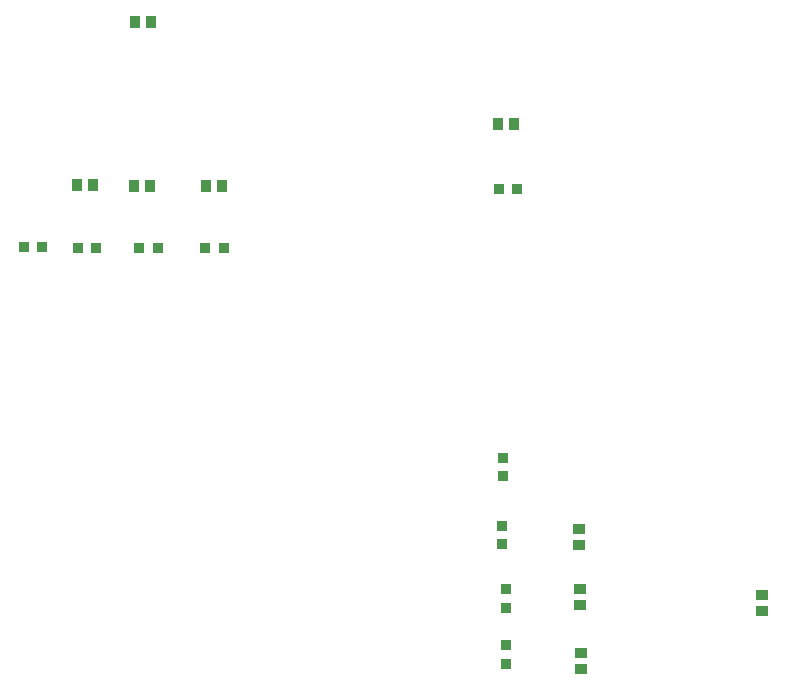
<source format=gbp>
G04*
G04 #@! TF.GenerationSoftware,Altium Limited,Altium Designer,18.0.11 (651)*
G04*
G04 Layer_Color=128*
%FSLAX25Y25*%
%MOIN*%
G70*
G01*
G75*
%ADD21R,0.03543X0.03937*%
%ADD25R,0.03347X0.03347*%
%ADD27R,0.03937X0.03543*%
%ADD41R,0.03347X0.03347*%
D21*
X179724Y222126D02*
D03*
X174409D02*
D03*
X52953Y201468D02*
D03*
X58268D02*
D03*
X33957Y201783D02*
D03*
X39272D02*
D03*
X82480Y201468D02*
D03*
X77165D02*
D03*
X58858Y256193D02*
D03*
X53543D02*
D03*
D25*
X180905Y200394D02*
D03*
X174803D02*
D03*
X82973Y180996D02*
D03*
X76870D02*
D03*
X22441Y181102D02*
D03*
X16339D02*
D03*
X61024Y180996D02*
D03*
X54921D02*
D03*
X40453D02*
D03*
X34350D02*
D03*
D27*
X202126Y45760D02*
D03*
Y40445D02*
D03*
X201732Y67216D02*
D03*
Y61902D02*
D03*
X201339Y81882D02*
D03*
Y87197D02*
D03*
X262283Y59835D02*
D03*
Y65150D02*
D03*
D41*
X176063Y104717D02*
D03*
Y110819D02*
D03*
X175669Y82177D02*
D03*
Y88279D02*
D03*
X177244Y42315D02*
D03*
Y48417D02*
D03*
X176929Y60917D02*
D03*
Y67020D02*
D03*
M02*

</source>
